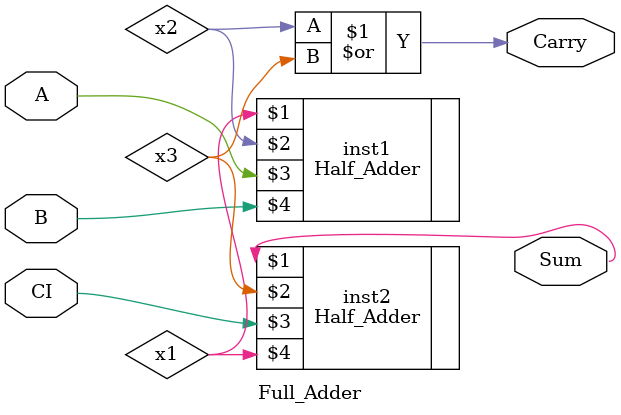
<source format=v>
`timescale 1ns/10ps
`include "Half_Adder.v"

module Full_Adder (Sum,Carry,A,B,CI);

input A,B,CI;
output Sum,Carry;
wire x1,x2,x3;

Half_Adder inst1(x1,x2,A,B);
Half_Adder inst2(Sum,x3,CI,x1);
or inst3(Carry,x2,x3);

endmodule

</source>
